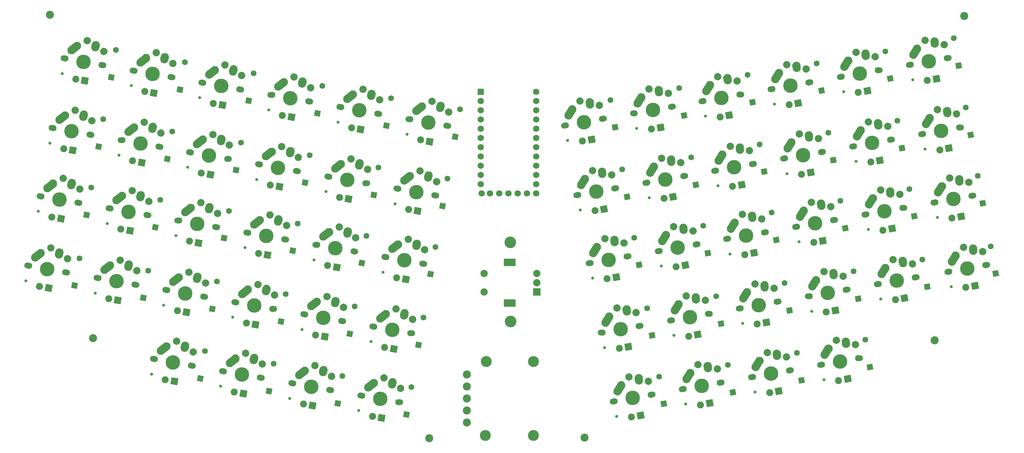
<source format=gbr>
%TF.GenerationSoftware,KiCad,Pcbnew,(6.0.7)*%
%TF.CreationDate,2022-11-08T23:53:27-08:00*%
%TF.ProjectId,Anguirus,416e6775-6972-4757-932e-6b696361645f,rev?*%
%TF.SameCoordinates,Original*%
%TF.FileFunction,Soldermask,Bot*%
%TF.FilePolarity,Negative*%
%FSLAX46Y46*%
G04 Gerber Fmt 4.6, Leading zero omitted, Abs format (unit mm)*
G04 Created by KiCad (PCBNEW (6.0.7)) date 2022-11-08 23:53:27*
%MOMM*%
%LPD*%
G01*
G04 APERTURE LIST*
G04 Aperture macros list*
%AMHorizOval*
0 Thick line with rounded ends*
0 $1 width*
0 $2 $3 position (X,Y) of the first rounded end (center of the circle)*
0 $4 $5 position (X,Y) of the second rounded end (center of the circle)*
0 Add line between two ends*
20,1,$1,$2,$3,$4,$5,0*
0 Add two circle primitives to create the rounded ends*
1,1,$1,$2,$3*
1,1,$1,$4,$5*%
%AMRotRect*
0 Rectangle, with rotation*
0 The origin of the aperture is its center*
0 $1 length*
0 $2 width*
0 $3 Rotation angle, in degrees counterclockwise*
0 Add horizontal line*
21,1,$1,$2,0,0,$3*%
G04 Aperture macros list end*
%ADD10RotRect,1.600000X1.600000X100.000000*%
%ADD11C,1.700000*%
%ADD12C,0.800000*%
%ADD13C,1.750000*%
%ADD14C,3.987800*%
%ADD15HorizOval,2.250000X0.518281X0.832653X-0.518281X-0.832653X0*%
%ADD16C,2.250000*%
%ADD17C,2.000000*%
%ADD18HorizOval,2.250000X-0.030890X0.289043X0.030890X-0.289043X0*%
%ADD19C,1.905000*%
%ADD20RotRect,1.905000X1.905000X10.000000*%
%ADD21HorizOval,1.600000X0.000000X0.000000X0.000000X0.000000X0*%
%ADD22RotRect,1.600000X1.600000X80.000000*%
%ADD23HorizOval,1.600000X0.000000X0.000000X0.000000X0.000000X0*%
%ADD24HorizOval,2.250000X0.771809X0.605175X-0.771809X-0.605175X0*%
%ADD25HorizOval,2.250000X0.069832X0.282177X-0.069832X-0.282177X0*%
%ADD26RotRect,1.905000X1.905000X350.000000*%
%ADD27C,2.200000*%
%ADD28R,1.752600X1.752600*%
%ADD29C,1.752600*%
%ADD30R,2.000000X2.000000*%
%ADD31R,3.200000X2.000000*%
%ADD32C,3.200000*%
%ADD33C,3.000000*%
G04 APERTURE END LIST*
D10*
%TO.C,*%
X314743083Y-82604302D03*
%TD*%
D11*
%TO.C,REF\u002A\u002A*%
X311125762Y-139107251D03*
D12*
X312130831Y-143194822D03*
D13*
X321545028Y-137270053D03*
D11*
X321958648Y-137197121D03*
D13*
X311539382Y-139034319D03*
D14*
X316542205Y-138152186D03*
D15*
X312867302Y-135479721D03*
D16*
X313385593Y-134647075D03*
D17*
X315517681Y-132341820D03*
X320806381Y-133541676D03*
D18*
X318191918Y-132997388D03*
D16*
X318161484Y-132708296D03*
D19*
X316173632Y-143375543D03*
D20*
X318675044Y-142934476D03*
%TD*%
D10*
%TO.C,REF\u002A\u002A*%
X305965215Y-143112215D03*
D21*
X304642016Y-135607980D03*
%TD*%
D11*
%TO.C,REF\u002A\u002A*%
X238579981Y-171359259D03*
D13*
X248999247Y-169522061D03*
D14*
X243996424Y-170404194D03*
D12*
X239585050Y-175446830D03*
D11*
X249412867Y-169449129D03*
D13*
X238993601Y-171286327D03*
D17*
X242971900Y-164593828D03*
D15*
X240321521Y-167731729D03*
D16*
X240839812Y-166899083D03*
X245615703Y-164960304D03*
D17*
X248260600Y-165793684D03*
D18*
X245646137Y-165249396D03*
D19*
X243627851Y-175627551D03*
D20*
X246129263Y-175186484D03*
%TD*%
D11*
%TO.C,REF\u002A\u002A*%
X257540682Y-168015975D03*
X268373568Y-166105845D03*
D14*
X262957125Y-167060910D03*
D12*
X258545751Y-172103546D03*
D13*
X267959948Y-166178777D03*
X257954302Y-167943043D03*
D17*
X261932601Y-161250544D03*
D16*
X259800513Y-163555799D03*
D15*
X259282222Y-164388445D03*
D17*
X267221301Y-162450400D03*
D18*
X264606838Y-161906112D03*
D16*
X264576404Y-161617020D03*
D19*
X262588552Y-172284267D03*
D20*
X265089964Y-171843200D03*
%TD*%
D22*
%TO.C,REF\u002A\u002A*%
X191739243Y-117586769D03*
D23*
X193062442Y-110082534D03*
%TD*%
D11*
%TO.C,REF\u002A\u002A*%
X273154330Y-145802638D03*
D13*
X273567950Y-145729706D03*
D12*
X274159399Y-149890209D03*
D13*
X283573596Y-143965440D03*
D14*
X278570773Y-144847573D03*
D11*
X283987216Y-143892508D03*
D16*
X275414161Y-141342462D03*
D17*
X277546249Y-139037207D03*
D15*
X274895870Y-142175108D03*
D18*
X280220486Y-139692775D03*
D16*
X280190052Y-139403683D03*
D17*
X282834949Y-140237063D03*
D19*
X278202200Y-150070930D03*
D20*
X280703612Y-149629863D03*
%TD*%
D14*
%TO.C,REF\u002A\u002A*%
X89763693Y-97078128D03*
D12*
X83893674Y-100307877D03*
D13*
X94766516Y-97960261D03*
D11*
X95180136Y-98033193D03*
D13*
X84760870Y-96195995D03*
D11*
X84347250Y-96123063D03*
D24*
X87224451Y-93309942D03*
D16*
X87996266Y-92704777D03*
D17*
X90788217Y-91267762D03*
X95347595Y-94204099D03*
D16*
X93147237Y-92516371D03*
D25*
X93076961Y-92798437D03*
D19*
X87630854Y-101860418D03*
D26*
X90132266Y-102301485D03*
%TD*%
D13*
%TO.C,REF\u002A\u002A*%
X148290592Y-126741875D03*
D11*
X148704212Y-126814807D03*
D14*
X143287769Y-125859742D03*
D12*
X137417750Y-129089491D03*
D11*
X137871326Y-124904677D03*
D13*
X138284946Y-124977609D03*
D16*
X141520342Y-121486391D03*
D24*
X140748527Y-122091556D03*
D17*
X144312293Y-120049376D03*
D16*
X146671313Y-121297985D03*
D25*
X146601037Y-121580051D03*
D17*
X148871671Y-122985713D03*
D19*
X141154930Y-130642032D03*
D26*
X143656342Y-131083099D03*
%TD*%
D10*
%TO.C,REF\u002A\u002A*%
X336811668Y-98056893D03*
D21*
X335488469Y-90552658D03*
%TD*%
D22*
%TO.C,REF\u002A\u002A*%
X128459023Y-145890266D03*
D23*
X129782222Y-138386031D03*
%TD*%
D11*
%TO.C,REF\u002A\u002A*%
X246083441Y-150540811D03*
D12*
X236255624Y-156538512D03*
D13*
X245669821Y-150613743D03*
D11*
X235250555Y-152450941D03*
D13*
X235664175Y-152378009D03*
D14*
X240666998Y-151495876D03*
D16*
X237510386Y-147990765D03*
D15*
X236992095Y-148823411D03*
D17*
X239642474Y-145685510D03*
D18*
X242316711Y-146341078D03*
D17*
X244931174Y-146885366D03*
D16*
X242286277Y-146051986D03*
D19*
X240298425Y-156719233D03*
D20*
X242799837Y-156278166D03*
%TD*%
D27*
%TO.C,REF\u002A\u002A*%
X95713997Y-153918773D03*
%TD*%
D11*
%TO.C,REF\u002A\u002A*%
X164395223Y-149286520D03*
D14*
X158978780Y-148331455D03*
D13*
X153975957Y-147449322D03*
D12*
X153108761Y-151561204D03*
D11*
X153562337Y-147376390D03*
D13*
X163981603Y-149213588D03*
D24*
X156439538Y-144563269D03*
D17*
X160003304Y-142521089D03*
D16*
X157211353Y-143958104D03*
D25*
X162292048Y-144051764D03*
D16*
X162362324Y-143769698D03*
D17*
X164562682Y-145457426D03*
D19*
X156845941Y-153113745D03*
D26*
X159347353Y-153554812D03*
%TD*%
D27*
%TO.C,REF\u002A\u002A*%
X188112400Y-181457600D03*
%TD*%
D10*
%TO.C,REF\u002A\u002A*%
X321311950Y-120443289D03*
D21*
X319988751Y-112939054D03*
%TD*%
D22*
%TO.C,REF\u002A\u002A*%
X90643601Y-139480306D03*
D23*
X91966800Y-131976071D03*
%TD*%
D22*
%TO.C,REF\u002A\u002A*%
X181838936Y-174904382D03*
D23*
X183162135Y-167400147D03*
%TD*%
D13*
%TO.C,REF\u002A\u002A*%
X169593373Y-169753304D03*
D11*
X169179753Y-169680372D03*
D14*
X174596196Y-170635437D03*
D11*
X180012639Y-171590502D03*
D13*
X179599019Y-171517570D03*
D12*
X168726177Y-173865186D03*
D24*
X172056954Y-166867251D03*
D16*
X172828769Y-166262086D03*
D17*
X175620720Y-164825071D03*
D25*
X177909464Y-166355746D03*
D16*
X177979740Y-166073680D03*
D17*
X180180098Y-167761408D03*
D19*
X172463357Y-175417727D03*
D26*
X174964769Y-175858794D03*
%TD*%
D10*
%TO.C,REF\u002A\u002A*%
X318003950Y-101682702D03*
D21*
X316680751Y-94178467D03*
%TD*%
D11*
%TO.C,REF\u002A\u002A*%
X319888885Y-78808272D03*
X330721771Y-76898142D03*
D12*
X320893954Y-82895843D03*
D13*
X330308151Y-76971074D03*
X320302505Y-78735340D03*
D14*
X325305328Y-77853207D03*
D17*
X324280804Y-72042841D03*
D15*
X321630425Y-75180742D03*
D16*
X322148716Y-74348096D03*
X326924607Y-72409317D03*
D18*
X326955041Y-72698409D03*
D17*
X329569504Y-73242697D03*
D19*
X324936755Y-83076564D03*
D20*
X327438167Y-82635497D03*
%TD*%
D22*
%TO.C,REF\u002A\u002A*%
X119587021Y-85623676D03*
D23*
X120910220Y-78119441D03*
%TD*%
D10*
%TO.C,REF\u002A\u002A*%
X295823589Y-85888735D03*
D21*
X294500390Y-78384500D03*
%TD*%
D14*
%TO.C,REF\u002A\u002A*%
X281967853Y-163708805D03*
D12*
X277556479Y-168751441D03*
D11*
X276551410Y-164663870D03*
D13*
X286970676Y-162826672D03*
X276965030Y-164590938D03*
D11*
X287384296Y-162753740D03*
D15*
X278292950Y-161036340D03*
D17*
X280943329Y-157898439D03*
D16*
X278811241Y-160203694D03*
D17*
X286232029Y-159098295D03*
D16*
X283587132Y-158264915D03*
D18*
X283617566Y-158554007D03*
D19*
X281599280Y-168932162D03*
D20*
X284100692Y-168491095D03*
%TD*%
D10*
%TO.C,REF\u002A\u002A*%
X333550798Y-78978492D03*
D21*
X332227599Y-71474257D03*
%TD*%
D13*
%TO.C,REF\u002A\u002A*%
X144970873Y-145861482D03*
D14*
X139968050Y-144979349D03*
D13*
X134965227Y-144097216D03*
D11*
X145384493Y-145934414D03*
D12*
X134098031Y-148209098D03*
D11*
X134551607Y-144024284D03*
D16*
X138200623Y-140605998D03*
D24*
X137428808Y-141211163D03*
D17*
X140992574Y-139168983D03*
D25*
X143281318Y-140699658D03*
D17*
X145551952Y-142105320D03*
D16*
X143351594Y-140417592D03*
D19*
X137835211Y-149761639D03*
D26*
X140336623Y-150202706D03*
%TD*%
D22*
%TO.C,REF\u002A\u002A*%
X172825670Y-114561296D03*
D23*
X174148869Y-107057061D03*
%TD*%
D13*
%TO.C,REF\u002A\u002A*%
X122582215Y-102864917D03*
D14*
X127585038Y-103747050D03*
D11*
X122168595Y-102791985D03*
D12*
X121715019Y-106976799D03*
D11*
X133001481Y-104702115D03*
D13*
X132587861Y-104629183D03*
D16*
X125817611Y-99373699D03*
D17*
X128609562Y-97936684D03*
D24*
X125045796Y-99978864D03*
D16*
X130968582Y-99185293D03*
D17*
X133168940Y-100873021D03*
D25*
X130898306Y-99467359D03*
D19*
X125452199Y-108529340D03*
D26*
X127953611Y-108970407D03*
%TD*%
D10*
%TO.C,REF\u002A\u002A*%
X299084457Y-104967135D03*
D21*
X297761258Y-97462900D03*
%TD*%
D10*
%TO.C,REF\u002A\u002A*%
X249300870Y-153206835D03*
D21*
X247977671Y-145702600D03*
%TD*%
D12*
%TO.C,REF\u002A\u002A*%
X106174093Y-84531552D03*
D11*
X117460555Y-82256868D03*
X106627669Y-80346738D03*
D13*
X107041289Y-80419670D03*
X117046935Y-82183936D03*
D14*
X112044112Y-81301803D03*
D24*
X109504870Y-77533617D03*
D16*
X110276685Y-76928452D03*
D17*
X113068636Y-75491437D03*
D16*
X115427656Y-76740046D03*
D17*
X117628014Y-78427774D03*
D25*
X115357380Y-77022112D03*
D19*
X109911273Y-86084093D03*
D26*
X112412685Y-86525160D03*
%TD*%
D22*
%TO.C,REF\u002A\u002A*%
X125139304Y-165009873D03*
D23*
X126462503Y-157505638D03*
%TD*%
D12*
%TO.C,REF\u002A\u002A*%
X77242805Y-138175543D03*
D13*
X78110001Y-134063661D03*
D11*
X88529267Y-135900859D03*
D13*
X88115647Y-135827927D03*
D14*
X83112824Y-134945794D03*
D11*
X77696381Y-133990729D03*
D16*
X81345397Y-130572443D03*
D17*
X84137348Y-129135428D03*
D24*
X80573582Y-131177608D03*
D16*
X86496368Y-130384037D03*
D17*
X88696726Y-132071765D03*
D25*
X86426092Y-130666103D03*
D19*
X80979985Y-139728084D03*
D26*
X83481397Y-140169151D03*
%TD*%
D11*
%TO.C,REF\u002A\u002A*%
X247515885Y-111274549D03*
D13*
X257935151Y-109437351D03*
D12*
X248520954Y-115362120D03*
D14*
X252932328Y-110319484D03*
D13*
X247929505Y-111201617D03*
D11*
X258348771Y-109364419D03*
D15*
X249257425Y-107647019D03*
D16*
X249775716Y-106814373D03*
D17*
X251907804Y-104509118D03*
X257196504Y-105708974D03*
D16*
X254551607Y-104875594D03*
D18*
X254582041Y-105164686D03*
D19*
X252563755Y-115542841D03*
D20*
X255065167Y-115101774D03*
%TD*%
D22*
%TO.C,REF\u002A\u002A*%
X150615823Y-129937394D03*
D23*
X151939022Y-122433159D03*
%TD*%
D10*
%TO.C,REF\u002A\u002A*%
X268220362Y-149922400D03*
D21*
X266897163Y-142418165D03*
%TD*%
D28*
%TO.C,U1*%
X202238824Y-86234144D03*
D29*
X202238824Y-88774144D03*
X202238824Y-91314144D03*
X202238824Y-93854144D03*
X202238824Y-96394144D03*
X202238824Y-98934144D03*
X202238824Y-101474144D03*
X202238824Y-104014144D03*
X202238824Y-106554144D03*
X202238824Y-109094144D03*
X202238824Y-111634144D03*
X202467424Y-114174144D03*
X217478824Y-114174144D03*
X217478824Y-111634144D03*
X217478824Y-109094144D03*
X217478824Y-106554144D03*
X217478824Y-104014144D03*
X217478824Y-101474144D03*
X217478824Y-98934144D03*
X217478824Y-96394144D03*
X217478824Y-93854144D03*
X217478824Y-91314144D03*
X217478824Y-88774144D03*
X217478824Y-86234144D03*
X204778824Y-114174144D03*
X207318824Y-114174144D03*
X209858824Y-114174144D03*
X212398824Y-114174144D03*
X214938824Y-114174144D03*
%TD*%
D22*
%TO.C,*%
X176286654Y-95518182D03*
%TD*%
%TO.C,REF\u002A\u002A*%
X162925363Y-171878911D03*
D23*
X164248562Y-164374676D03*
%TD*%
D22*
%TO.C,REF\u002A\u002A*%
X97224188Y-101282299D03*
D23*
X98547387Y-93778064D03*
%TD*%
D13*
%TO.C,REF\u002A\u002A*%
X254515375Y-90335386D03*
D12*
X245101178Y-96260155D03*
D11*
X244096109Y-92172584D03*
D14*
X249512552Y-91217519D03*
D13*
X244509729Y-92099652D03*
D11*
X254928995Y-90262454D03*
D16*
X246355940Y-87712408D03*
D15*
X245837649Y-88545054D03*
D17*
X248488028Y-85407153D03*
D18*
X251162265Y-86062721D03*
D17*
X253776728Y-86607009D03*
D16*
X251131831Y-85773629D03*
D19*
X249143979Y-96440876D03*
D20*
X251645391Y-95999809D03*
%TD*%
D13*
%TO.C,REF\u002A\u002A*%
X182942302Y-152556871D03*
D11*
X172523036Y-150719673D03*
D13*
X172936656Y-150792605D03*
D14*
X177939479Y-151674738D03*
D12*
X172069460Y-154904487D03*
D11*
X183355922Y-152629803D03*
D24*
X175400237Y-147906552D03*
D17*
X178964003Y-145864372D03*
D16*
X176172052Y-147301387D03*
X181323023Y-147112981D03*
D17*
X183523381Y-148800709D03*
D25*
X181252747Y-147395047D03*
D19*
X175806640Y-156457028D03*
D26*
X178308052Y-156898095D03*
%TD*%
D27*
%TO.C,REF\u002A\u002A*%
X230733600Y-181254400D03*
%TD*%
D13*
%TO.C,REF\u002A\u002A*%
X311347449Y-80314358D03*
D11*
X300928183Y-82151556D03*
D13*
X301341803Y-82078624D03*
D14*
X306344626Y-81196491D03*
D12*
X301933252Y-86239127D03*
D11*
X311761069Y-80241426D03*
D15*
X302669723Y-78524026D03*
D17*
X305320102Y-75386125D03*
D16*
X303188014Y-77691380D03*
X307963905Y-75752601D03*
D18*
X307994339Y-76041693D03*
D17*
X310608802Y-76585981D03*
D19*
X305976053Y-86419848D03*
D20*
X308477465Y-85978781D03*
%TD*%
D22*
%TO.C,REF\u002A\u002A*%
X112818041Y-123427378D03*
D23*
X114141240Y-115923143D03*
%TD*%
D10*
%TO.C,REF\u002A\u002A*%
X276886452Y-89073114D03*
D21*
X275563253Y-81568879D03*
%TD*%
D13*
%TO.C,REF\u002A\u002A*%
X225549029Y-95442935D03*
X235554675Y-93678669D03*
D11*
X225135409Y-95515867D03*
D14*
X230551852Y-94560802D03*
D11*
X235968295Y-93605737D03*
D12*
X226140478Y-99603438D03*
D15*
X226876949Y-91888337D03*
D16*
X227395240Y-91055691D03*
D17*
X229527328Y-88750436D03*
D16*
X232171131Y-89116912D03*
D18*
X232201565Y-89406004D03*
D17*
X234816028Y-89950292D03*
D19*
X230183279Y-99784159D03*
D20*
X232684691Y-99343092D03*
%TD*%
D14*
%TO.C,REF\u002A\u002A*%
X268373197Y-87891880D03*
D12*
X263961823Y-92934516D03*
D11*
X262956754Y-88846945D03*
D13*
X263370374Y-88774013D03*
D11*
X273789640Y-86936815D03*
D13*
X273376020Y-87009747D03*
D17*
X267348673Y-82081514D03*
D16*
X265216585Y-84386769D03*
D15*
X264698294Y-85219415D03*
D18*
X270022910Y-82737082D03*
D16*
X269992476Y-82447990D03*
D17*
X272637373Y-83281370D03*
D19*
X268004624Y-93115237D03*
D20*
X270506036Y-92674170D03*
%TD*%
D10*
%TO.C,REF\u002A\u002A*%
X239159242Y-95983358D03*
D21*
X237836043Y-88479123D03*
%TD*%
D13*
%TO.C,REF\u002A\u002A*%
X289108876Y-123284458D03*
D11*
X299528142Y-121447260D03*
D12*
X289700325Y-127444961D03*
D11*
X288695256Y-123357390D03*
D13*
X299114522Y-121520192D03*
D14*
X294111699Y-122402325D03*
D17*
X293087175Y-116591959D03*
D15*
X290436796Y-119729860D03*
D16*
X290955087Y-118897214D03*
D18*
X295761412Y-117247527D03*
D17*
X298375875Y-117791815D03*
D16*
X295730978Y-116958435D03*
D19*
X293743126Y-127625682D03*
D20*
X296244538Y-127184615D03*
%TD*%
D13*
%TO.C,REF\u002A\u002A*%
X228968805Y-114544900D03*
D12*
X229560254Y-118705403D03*
D11*
X228555185Y-114617832D03*
X239388071Y-112707702D03*
D13*
X238974451Y-112780634D03*
D14*
X233971628Y-113662767D03*
D15*
X230296725Y-110990302D03*
D17*
X232947104Y-107852401D03*
D16*
X230815016Y-110157656D03*
D18*
X235621341Y-108507969D03*
D16*
X235590907Y-108218877D03*
D17*
X238235804Y-109052257D03*
D19*
X233603055Y-118886124D03*
D20*
X236104467Y-118445057D03*
%TD*%
D22*
%TO.C,REF\u002A\u002A*%
X185158654Y-155784775D03*
D23*
X186481853Y-148280540D03*
%TD*%
D22*
%TO.C,REF\u002A\u002A*%
X100685170Y-82239186D03*
D23*
X102008369Y-74734951D03*
%TD*%
D11*
%TO.C,REF\u002A\u002A*%
X167714942Y-130166912D03*
D14*
X162298499Y-129211847D03*
D13*
X167301322Y-130093980D03*
X157295676Y-128329714D03*
D12*
X156428480Y-132441596D03*
D11*
X156882056Y-128256782D03*
D24*
X159759257Y-125443661D03*
D17*
X163323023Y-123401481D03*
D16*
X160531072Y-124838496D03*
X165682043Y-124650090D03*
D17*
X167882401Y-126337818D03*
D25*
X165611767Y-124932156D03*
D19*
X160165660Y-133994137D03*
D26*
X162667072Y-134435204D03*
%TD*%
D22*
%TO.C,REF\u002A\u002A*%
X144023512Y-168494421D03*
D23*
X145346711Y-160990186D03*
%TD*%
D22*
%TO.C,REF\u002A\u002A*%
X131731613Y-126452849D03*
D23*
X133054812Y-118948614D03*
%TD*%
D13*
%TO.C,REF\u002A\u002A*%
X129329891Y-123398592D03*
D11*
X118910625Y-121561394D03*
D13*
X119324245Y-121634326D03*
D11*
X129743511Y-123471524D03*
D14*
X124327068Y-122516459D03*
D12*
X118457049Y-125746208D03*
D16*
X122559641Y-118143108D03*
D17*
X125351592Y-116706093D03*
D24*
X121787826Y-118748273D03*
D25*
X127640336Y-118236768D03*
D17*
X129910970Y-119642430D03*
D16*
X127710612Y-117954702D03*
D19*
X122194229Y-127298749D03*
D26*
X124695641Y-127739816D03*
%TD*%
D27*
%TO.C,REF\u002A\u002A*%
X83874824Y-65044994D03*
%TD*%
D30*
%TO.C,REF\u002A\u002A*%
X217667624Y-141204994D03*
D17*
X217667624Y-136204994D03*
X217667624Y-138704994D03*
D31*
X210167624Y-133104994D03*
X210167624Y-144304994D03*
D17*
X203167624Y-136204994D03*
X203167624Y-141204994D03*
%TD*%
D10*
%TO.C,REF\u002A\u002A*%
X261339605Y-111777322D03*
D21*
X260016406Y-104273087D03*
%TD*%
D27*
%TO.C,REF\u002A\u002A*%
X335030024Y-65400594D03*
%TD*%
D10*
%TO.C,REF\u002A\u002A*%
X258078736Y-92698924D03*
D21*
X256755537Y-85194689D03*
%TD*%
D14*
%TO.C,REF\u002A\u002A*%
X271792972Y-106993842D03*
D11*
X266376529Y-107948907D03*
D13*
X266790149Y-107875975D03*
X276795795Y-106111709D03*
D11*
X277209415Y-106038777D03*
D12*
X267381598Y-112036478D03*
D15*
X268118069Y-104321377D03*
D16*
X268636360Y-103488731D03*
D17*
X270768448Y-101183476D03*
D18*
X273442685Y-101839044D03*
D16*
X273412251Y-101549952D03*
D17*
X276057148Y-102383332D03*
D19*
X271424399Y-112217199D03*
D20*
X273925811Y-111776132D03*
%TD*%
D12*
%TO.C,REF\u002A\u002A*%
X324313729Y-101997808D03*
D14*
X328725103Y-96955172D03*
D13*
X323722280Y-97837305D03*
X333727926Y-96073039D03*
D11*
X334141546Y-96000107D03*
X323308660Y-97910237D03*
D15*
X325050200Y-94282707D03*
D16*
X325568491Y-93450061D03*
D17*
X327700579Y-91144806D03*
D18*
X330374816Y-91800374D03*
D17*
X332989279Y-92344662D03*
D16*
X330344382Y-91511282D03*
D19*
X328356530Y-102178529D03*
D20*
X330857942Y-101737462D03*
%TD*%
D22*
%TO.C,REF\u002A\u002A*%
X153923819Y-111176806D03*
D23*
X155247018Y-103672571D03*
%TD*%
D14*
%TO.C,REF\u002A\u002A*%
X335879812Y-134770286D03*
D13*
X340882635Y-133888153D03*
D11*
X341296255Y-133815221D03*
D13*
X330876989Y-135652419D03*
D11*
X330463369Y-135725351D03*
D12*
X331468438Y-139812922D03*
D17*
X334855288Y-128959920D03*
D15*
X332204909Y-132097821D03*
D16*
X332723200Y-131265175D03*
X337499091Y-129326396D03*
D18*
X337529525Y-129615488D03*
D17*
X340143988Y-130159776D03*
D19*
X335511239Y-139993643D03*
D20*
X338012651Y-139552576D03*
%TD*%
D13*
%TO.C,REF\u002A\u002A*%
X305931376Y-159483389D03*
D11*
X306344996Y-159410457D03*
D13*
X295925730Y-161247655D03*
D12*
X296517179Y-165408158D03*
D11*
X295512110Y-161320587D03*
D14*
X300928553Y-160365522D03*
D15*
X297253650Y-157693057D03*
D16*
X297771941Y-156860411D03*
D17*
X299904029Y-154555156D03*
D18*
X302578266Y-155210724D03*
D17*
X305192729Y-155755012D03*
D16*
X302547832Y-154921632D03*
D19*
X300559980Y-165588879D03*
D20*
X303061392Y-165147812D03*
%TD*%
D14*
%TO.C,REF\u002A\u002A*%
X256290354Y-129071249D03*
D13*
X251287531Y-129953382D03*
D11*
X250873911Y-130026314D03*
D13*
X261293177Y-128189116D03*
D12*
X251878980Y-134113885D03*
D11*
X261706797Y-128116184D03*
D17*
X255265830Y-123260883D03*
D15*
X252615451Y-126398784D03*
D16*
X253133742Y-125566138D03*
D17*
X260554530Y-124460739D03*
D18*
X257940067Y-123916451D03*
D16*
X257909633Y-123627359D03*
D19*
X255921781Y-134294606D03*
D20*
X258423193Y-133853539D03*
%TD*%
D10*
%TO.C,REF\u002A\u002A*%
X280147321Y-108151513D03*
D21*
X278824122Y-100647278D03*
%TD*%
D10*
%TO.C,REF\u002A\u002A*%
X242420111Y-115061756D03*
D21*
X241096912Y-107557521D03*
%TD*%
D12*
%TO.C,REF\u002A\u002A*%
X143995438Y-91200477D03*
D11*
X155281900Y-88925793D03*
X144449014Y-87015663D03*
D14*
X149865457Y-87970728D03*
D13*
X154868280Y-88852861D03*
X144862634Y-87088595D03*
D24*
X147326215Y-84202542D03*
D16*
X148098030Y-83597377D03*
D17*
X150889981Y-82160362D03*
D16*
X153249001Y-83408971D03*
D17*
X155449359Y-85096699D03*
D25*
X153178725Y-83691037D03*
D19*
X147732618Y-92753018D03*
D26*
X150234030Y-93194085D03*
%TD*%
D13*
%TO.C,REF\u002A\u002A*%
X103721570Y-99539278D03*
X113727216Y-101303544D03*
D11*
X114140836Y-101376476D03*
D12*
X102854374Y-103651160D03*
D11*
X103307950Y-99466346D03*
D14*
X108724393Y-100421411D03*
D24*
X106185151Y-96653225D03*
D17*
X109748917Y-94611045D03*
D16*
X106956966Y-96048060D03*
X112107937Y-95859654D03*
D25*
X112037661Y-96141720D03*
D17*
X114308295Y-97547382D03*
D19*
X106591554Y-105203701D03*
D26*
X109092966Y-105644768D03*
%TD*%
D32*
%TO.C,REF\u002A\u002A*%
X210417624Y-149372994D03*
%TD*%
D11*
%TO.C,REF\u002A\u002A*%
X292115031Y-142459355D03*
D12*
X293120100Y-146546926D03*
D11*
X302947917Y-140549225D03*
D13*
X302534297Y-140622157D03*
D14*
X297531474Y-141504290D03*
D13*
X292528651Y-142386423D03*
D15*
X293856571Y-138831825D03*
D16*
X294374862Y-137999179D03*
D17*
X296506950Y-135693924D03*
D16*
X299150753Y-136060400D03*
D18*
X299181187Y-136349492D03*
D17*
X301795650Y-136893780D03*
D19*
X297162901Y-146727647D03*
D20*
X299664313Y-146286580D03*
%TD*%
D13*
%TO.C,REF\u002A\u002A*%
X304761579Y-101180589D03*
X314767225Y-99416323D03*
D11*
X304347959Y-101253521D03*
D12*
X305353028Y-105341092D03*
D11*
X315180845Y-99343391D03*
D14*
X309764402Y-100298456D03*
D16*
X306607790Y-96793345D03*
D17*
X308739878Y-94488090D03*
D15*
X306089499Y-97625991D03*
D18*
X311414115Y-95143658D03*
D16*
X311383681Y-94854566D03*
D17*
X314028578Y-95687946D03*
D19*
X309395829Y-105521813D03*
D20*
X311897241Y-105080746D03*
%TD*%
D11*
%TO.C,REF\u002A\u002A*%
X269734555Y-126700673D03*
X280567441Y-124790543D03*
D12*
X270739624Y-130788244D03*
D14*
X275150998Y-125745608D03*
D13*
X280153821Y-124863475D03*
X270148175Y-126627741D03*
D16*
X271994386Y-122240497D03*
D17*
X274126474Y-119935242D03*
D15*
X271476095Y-123073143D03*
D17*
X279415174Y-121135098D03*
D16*
X276770277Y-120301718D03*
D18*
X276800711Y-120590810D03*
D19*
X274782425Y-130968965D03*
D20*
X277283837Y-130527898D03*
%TD*%
D10*
%TO.C,REF\u002A\u002A*%
X283455319Y-126912102D03*
D21*
X282132120Y-119407867D03*
%TD*%
D11*
%TO.C,REF\u002A\u002A*%
X307705986Y-120005286D03*
X318538872Y-118095156D03*
D13*
X308119606Y-119932354D03*
D12*
X308711055Y-124092857D03*
D14*
X313122429Y-119050221D03*
D13*
X318125252Y-118168088D03*
D17*
X312097905Y-113239855D03*
D16*
X309965817Y-115545110D03*
D15*
X309447526Y-116377756D03*
D18*
X314772142Y-113895423D03*
D16*
X314741708Y-113606331D03*
D17*
X317386605Y-114439711D03*
D19*
X312753856Y-124273578D03*
D20*
X315255268Y-123832511D03*
%TD*%
D22*
%TO.C,REF\u002A\u002A*%
X169517674Y-133321884D03*
D23*
X170840873Y-125817649D03*
%TD*%
D10*
%TO.C,REF\u002A\u002A*%
X271467357Y-168810098D03*
D21*
X270144158Y-161305863D03*
%TD*%
D10*
%TO.C,REF\u002A\u002A*%
X252530221Y-171994474D03*
D21*
X251207022Y-164490239D03*
%TD*%
D11*
%TO.C,REF\u002A\u002A*%
X112247623Y-159641703D03*
X123080509Y-161551833D03*
D13*
X122666889Y-161478901D03*
D14*
X117664066Y-160596768D03*
D12*
X111794047Y-163826517D03*
D13*
X112661243Y-159714635D03*
D17*
X118688590Y-154786402D03*
D24*
X115124824Y-156828582D03*
D16*
X115896639Y-156223417D03*
D25*
X120977334Y-156317077D03*
D16*
X121047610Y-156035011D03*
D17*
X123247968Y-157722739D03*
D19*
X115531227Y-165379058D03*
D26*
X118032639Y-165820125D03*
%TD*%
D22*
%TO.C,REF\u002A\u002A*%
X176286654Y-95518182D03*
D23*
X177609853Y-88013947D03*
%TD*%
D22*
%TO.C,REF\u002A\u002A*%
X166245082Y-152759304D03*
D23*
X167568281Y-145255069D03*
%TD*%
D22*
%TO.C,REF\u002A\u002A*%
X109545451Y-142864795D03*
D23*
X110868650Y-135360560D03*
%TD*%
D11*
%TO.C,REF\u002A\u002A*%
X326666685Y-116662003D03*
D13*
X327080305Y-116589071D03*
D11*
X337499571Y-114751873D03*
D13*
X337085951Y-114824805D03*
D12*
X327671754Y-120749574D03*
D14*
X332083128Y-115706938D03*
D17*
X331058604Y-109896572D03*
D15*
X328408225Y-113034473D03*
D16*
X328926516Y-112201827D03*
D18*
X333732841Y-110552140D03*
D16*
X333702407Y-110263048D03*
D17*
X336347304Y-111096428D03*
D19*
X331714555Y-120930295D03*
D20*
X334215967Y-120489228D03*
%TD*%
D10*
%TO.C,REF\u002A\u002A*%
X302392456Y-123727723D03*
D21*
X301069257Y-116223488D03*
%TD*%
D11*
%TO.C,REF\u002A\u002A*%
X91922166Y-116802602D03*
X81089280Y-114892472D03*
D12*
X80635704Y-119077286D03*
D14*
X86505723Y-115847537D03*
D13*
X91508546Y-116729670D03*
X81502900Y-114965404D03*
D16*
X84738296Y-111474186D03*
D17*
X87530247Y-110037171D03*
D24*
X83966481Y-112079351D03*
D17*
X92089625Y-112973508D03*
D25*
X89818991Y-111567846D03*
D16*
X89889267Y-111285780D03*
D19*
X84372884Y-120629827D03*
D26*
X86874296Y-121070894D03*
%TD*%
D22*
%TO.C,REF\u002A\u002A*%
X93916190Y-120042888D03*
D23*
X95239389Y-112538653D03*
%TD*%
D10*
%TO.C,REF\u002A\u002A*%
X314743083Y-82604302D03*
D21*
X313419884Y-75100067D03*
%TD*%
D14*
%TO.C,REF\u002A\u002A*%
X130904756Y-84627445D03*
D12*
X125034737Y-87857194D03*
D13*
X135907579Y-85509578D03*
D11*
X136321199Y-85582510D03*
D13*
X125901933Y-83745312D03*
D11*
X125488313Y-83672380D03*
D24*
X128365514Y-80859259D03*
D16*
X129137329Y-80254094D03*
D17*
X131929280Y-78817079D03*
X136488658Y-81753416D03*
D25*
X134218024Y-80347754D03*
D16*
X134288300Y-80065688D03*
D19*
X128771917Y-89409735D03*
D26*
X131273329Y-89850802D03*
%TD*%
D11*
%TO.C,REF\u002A\u002A*%
X189933611Y-114740786D03*
D13*
X179514345Y-112903588D03*
X189519991Y-114667854D03*
D12*
X178647149Y-117015470D03*
D14*
X184517168Y-113785721D03*
D11*
X179100725Y-112830656D03*
D17*
X185541692Y-107975355D03*
D16*
X182749741Y-109412370D03*
D24*
X181977926Y-110017535D03*
D17*
X190101070Y-110911692D03*
D16*
X187900712Y-109223964D03*
D25*
X187830436Y-109506030D03*
D19*
X182384329Y-118568011D03*
D26*
X184885741Y-119009078D03*
%TD*%
D11*
%TO.C,REF\u002A\u002A*%
X87666969Y-77003455D03*
D13*
X88080589Y-77076387D03*
X98086235Y-78840653D03*
D11*
X98499855Y-78913585D03*
D12*
X87213393Y-81188269D03*
D14*
X93083412Y-77958520D03*
D17*
X94107936Y-72148154D03*
D16*
X91315985Y-73585169D03*
D24*
X90544170Y-74190334D03*
D16*
X96466956Y-73396763D03*
D25*
X96396680Y-73678829D03*
D17*
X98667314Y-75084491D03*
D19*
X90950573Y-82740810D03*
D26*
X93451985Y-83181877D03*
%TD*%
D11*
%TO.C,REF\u002A\u002A*%
X292750341Y-83593531D03*
D13*
X292336721Y-83666463D03*
D12*
X282922524Y-89591232D03*
D13*
X282331075Y-85430729D03*
D14*
X287333898Y-84548596D03*
D11*
X281917455Y-85503661D03*
D15*
X283658995Y-81876131D03*
D16*
X284177286Y-81043485D03*
D17*
X286309374Y-78738230D03*
D18*
X288983611Y-79393798D03*
D17*
X291598074Y-79938086D03*
D16*
X288953177Y-79104706D03*
D19*
X286965325Y-89771953D03*
D20*
X289466737Y-89330886D03*
%TD*%
D27*
%TO.C,REF\u002A\u002A*%
X326902024Y-154503794D03*
%TD*%
D11*
%TO.C,REF\u002A\u002A*%
X242746097Y-131459468D03*
D14*
X237329654Y-132414533D03*
D11*
X231913211Y-133369598D03*
D12*
X232918280Y-137457169D03*
D13*
X242332477Y-131532400D03*
X232326831Y-133296666D03*
D16*
X234173042Y-128909422D03*
D17*
X236305130Y-126604167D03*
D15*
X233654751Y-129742068D03*
D18*
X238979367Y-127259735D03*
D16*
X238948933Y-126970643D03*
D17*
X241593830Y-127804023D03*
D19*
X236961081Y-137637890D03*
D20*
X239462493Y-137196823D03*
%TD*%
D10*
%TO.C,REF\u002A\u002A*%
X245728109Y-133822345D03*
D21*
X244404910Y-126318110D03*
%TD*%
D14*
%TO.C,REF\u002A\u002A*%
X165556467Y-110442439D03*
D11*
X170972910Y-111397504D03*
D13*
X160553644Y-109560306D03*
D11*
X160140024Y-109487374D03*
D12*
X159686448Y-113672188D03*
D13*
X170559290Y-111324572D03*
D16*
X163789040Y-106069088D03*
D17*
X166580991Y-104632073D03*
D24*
X163017225Y-106674253D03*
D17*
X171140369Y-107568410D03*
D25*
X168869735Y-106162748D03*
D16*
X168940011Y-105880682D03*
D19*
X163423628Y-115224729D03*
D26*
X165925040Y-115665796D03*
%TD*%
D22*
%TO.C,REF\u002A\u002A*%
X195200225Y-98543653D03*
D23*
X196523424Y-91039418D03*
%TD*%
D13*
%TO.C,REF\u002A\u002A*%
X116004526Y-140753933D03*
D12*
X115137330Y-144865815D03*
D13*
X126010172Y-142518199D03*
D11*
X115590906Y-140681001D03*
X126423792Y-142591131D03*
D14*
X121007349Y-141636066D03*
D24*
X118468107Y-137867880D03*
D17*
X122031873Y-135825700D03*
D16*
X119239922Y-137262715D03*
D25*
X124320617Y-137356375D03*
D16*
X124390893Y-137074309D03*
D17*
X126591251Y-138762037D03*
D19*
X118874510Y-146418356D03*
D26*
X121375922Y-146859423D03*
%TD*%
D10*
%TO.C,REF\u002A\u002A*%
X287028078Y-146296591D03*
D21*
X285704879Y-138792356D03*
%TD*%
D10*
%TO.C,REF\u002A\u002A*%
X343692425Y-136201972D03*
D21*
X342369226Y-128697737D03*
%TD*%
D10*
%TO.C,REF\u002A\u002A*%
X340119665Y-116817480D03*
D21*
X338796466Y-109313245D03*
%TD*%
D11*
%TO.C,REF\u002A\u002A*%
X107563148Y-139265492D03*
X96730262Y-137355362D03*
D12*
X96276686Y-141540176D03*
D14*
X102146705Y-138310427D03*
D13*
X107149528Y-139192560D03*
X97143882Y-137428294D03*
D16*
X100379278Y-133937076D03*
D24*
X99607463Y-134542241D03*
D17*
X103171229Y-132500061D03*
X107730607Y-135436398D03*
D16*
X105530249Y-133748670D03*
D25*
X105459973Y-134030736D03*
D19*
X100013866Y-143092717D03*
D26*
X102515278Y-143533784D03*
%TD*%
D13*
%TO.C,REF\u002A\u002A*%
X151548561Y-107972466D03*
D14*
X146545738Y-107090333D03*
D13*
X141542915Y-106208200D03*
D11*
X151962181Y-108045398D03*
D12*
X140675719Y-110320082D03*
D11*
X141129295Y-106135268D03*
D24*
X144006496Y-103322147D03*
D17*
X147570262Y-101279967D03*
D16*
X144778311Y-102716982D03*
D17*
X152129640Y-104216304D03*
D16*
X149929282Y-102528576D03*
D25*
X149859006Y-102810642D03*
D19*
X144412899Y-111872623D03*
D26*
X146914311Y-112313690D03*
%TD*%
D22*
%TO.C,REF\u002A\u002A*%
X147343231Y-149374814D03*
D23*
X148666430Y-141870579D03*
%TD*%
D22*
%TO.C,REF\u002A\u002A*%
X116126039Y-104666789D03*
D23*
X117449238Y-97162554D03*
%TD*%
D27*
%TO.C,REF\u002A\u002A*%
X198428824Y-167229194D03*
D33*
X203508824Y-180691194D03*
X216716824Y-160371194D03*
X216716824Y-180691194D03*
D27*
X198428824Y-177135194D03*
X198428824Y-170531194D03*
D33*
X203762824Y-160371194D03*
D27*
X198428824Y-173833194D03*
X198428824Y-163927194D03*
%TD*%
D12*
%TO.C,REF\u002A\u002A*%
X163006167Y-94552580D03*
D11*
X174292629Y-92277896D03*
D13*
X163873363Y-90440698D03*
D14*
X168876186Y-91322831D03*
D11*
X163459743Y-90367766D03*
D13*
X173879009Y-92204964D03*
D17*
X169900710Y-85512465D03*
D24*
X166336944Y-87554645D03*
D16*
X167108759Y-86949480D03*
D17*
X174460088Y-88448802D03*
D16*
X172259730Y-86761074D03*
D25*
X172189454Y-87043140D03*
D19*
X166743347Y-96105121D03*
D26*
X169244759Y-96546188D03*
%TD*%
D11*
%TO.C,REF\u002A\u002A*%
X285337229Y-104605624D03*
D13*
X295756495Y-102768426D03*
X285750849Y-104532692D03*
D11*
X296170115Y-102695494D03*
D12*
X286342298Y-108693195D03*
D14*
X290753672Y-103650559D03*
D16*
X287597060Y-100145448D03*
D17*
X289729148Y-97840193D03*
D15*
X287078769Y-100978094D03*
D16*
X292372951Y-98206669D03*
D17*
X295017848Y-99040049D03*
D18*
X292403385Y-98495761D03*
D19*
X290385099Y-108873916D03*
D20*
X292886511Y-108432849D03*
%TD*%
D22*
%TO.C,REF\u002A\u002A*%
X135039611Y-107692260D03*
D23*
X136362810Y-100188025D03*
%TD*%
D22*
%TO.C,REF\u002A\u002A*%
X138500593Y-88649147D03*
D23*
X139823792Y-81144912D03*
%TD*%
D22*
%TO.C,REF\u002A\u002A*%
X188431245Y-136347355D03*
D23*
X189754444Y-128843120D03*
%TD*%
D32*
%TO.C,REF\u002A\u002A*%
X210316024Y-127630594D03*
%TD*%
D22*
%TO.C,REF\u002A\u002A*%
X157384803Y-92133692D03*
D23*
X158708002Y-84629457D03*
%TD*%
D10*
%TO.C,REF\u002A\u002A*%
X264647603Y-130537911D03*
D21*
X263324404Y-123033676D03*
%TD*%
D14*
%TO.C,REF\u002A\u002A*%
X136624767Y-163940051D03*
D12*
X130754748Y-167169800D03*
D13*
X131621944Y-163057918D03*
D11*
X142041210Y-164895116D03*
X131208324Y-162984986D03*
D13*
X141627590Y-164822184D03*
D16*
X134857340Y-159566700D03*
D17*
X137649291Y-158129685D03*
D24*
X134085525Y-160171865D03*
D25*
X139938035Y-159660360D03*
D16*
X140008311Y-159378294D03*
D17*
X142208669Y-161066022D03*
D19*
X134491928Y-168722341D03*
D26*
X136993340Y-169163408D03*
%TD*%
D10*
%TO.C,REF\u002A\u002A*%
X324884709Y-139827782D03*
D21*
X323561510Y-132323547D03*
%TD*%
D11*
%TO.C,REF\u002A\u002A*%
X182420445Y-93711049D03*
D13*
X192839711Y-95548247D03*
X182834065Y-93783981D03*
D11*
X193253331Y-95621179D03*
D12*
X181966869Y-97895863D03*
D14*
X187836888Y-94666114D03*
D24*
X185297646Y-90897928D03*
D16*
X186069461Y-90292763D03*
D17*
X188861412Y-88855748D03*
X193420790Y-91792085D03*
D25*
X191150156Y-90386423D03*
D16*
X191220432Y-90104357D03*
D19*
X185704049Y-99448404D03*
D26*
X188205461Y-99889471D03*
%TD*%
D10*
%TO.C,REF\u002A\u002A*%
X309194568Y-161899855D03*
D21*
X307871369Y-154395620D03*
%TD*%
D14*
%TO.C,REF\u002A\u002A*%
X259710130Y-148173215D03*
D12*
X255298756Y-153215851D03*
D13*
X264712953Y-147291082D03*
X254707307Y-149055348D03*
D11*
X254293687Y-149128280D03*
X265126573Y-147218150D03*
D17*
X258685606Y-142362849D03*
D15*
X256035227Y-145500750D03*
D16*
X256553518Y-144668104D03*
D17*
X263974306Y-143562705D03*
D18*
X261359843Y-143018417D03*
D16*
X261329409Y-142729325D03*
D19*
X259341557Y-153396572D03*
D20*
X261842969Y-152955505D03*
%TD*%
D11*
%TO.C,REF\u002A\u002A*%
X186675641Y-133510195D03*
D13*
X186262021Y-133437263D03*
D14*
X181259198Y-132555130D03*
D11*
X175842755Y-131600065D03*
D13*
X176256375Y-131672997D03*
D12*
X175389179Y-135784879D03*
D17*
X182283722Y-126744764D03*
D16*
X179491771Y-128181779D03*
D24*
X178719956Y-128786944D03*
D16*
X184642742Y-127993373D03*
D25*
X184572466Y-128275439D03*
D17*
X186843100Y-129681101D03*
D19*
X179126359Y-137337420D03*
D26*
X181627771Y-137778487D03*
%TD*%
D13*
%TO.C,REF\u002A\u002A*%
X110469247Y-120072952D03*
D14*
X105466424Y-119190819D03*
D11*
X110882867Y-120145884D03*
X100049981Y-118235754D03*
D13*
X100463601Y-118308686D03*
D12*
X99596405Y-122420568D03*
D24*
X102927182Y-115422633D03*
D16*
X103698997Y-114817468D03*
D17*
X106490948Y-113380453D03*
D16*
X108849968Y-114629062D03*
D17*
X111050326Y-116316790D03*
D25*
X108779692Y-114911128D03*
D19*
X103333585Y-123973109D03*
D26*
X105834997Y-124414176D03*
%TD*%
D10*
%TO.C,REF\u002A\u002A*%
X290386851Y-165525665D03*
D21*
X289063652Y-158021430D03*
%TD*%
D13*
%TO.C,REF\u002A\u002A*%
X160638319Y-168174287D03*
D12*
X149765477Y-170521903D03*
D11*
X161051939Y-168247219D03*
D13*
X150632673Y-166410021D03*
D14*
X155635496Y-167292154D03*
D11*
X150219053Y-166337089D03*
D16*
X153868069Y-162918803D03*
D17*
X156660020Y-161481788D03*
D24*
X153096254Y-163523968D03*
D17*
X161219398Y-164418125D03*
D25*
X158948764Y-163012463D03*
D16*
X159019040Y-162730397D03*
D19*
X153502657Y-172074444D03*
D26*
X156004069Y-172515511D03*
%TD*%
M02*

</source>
